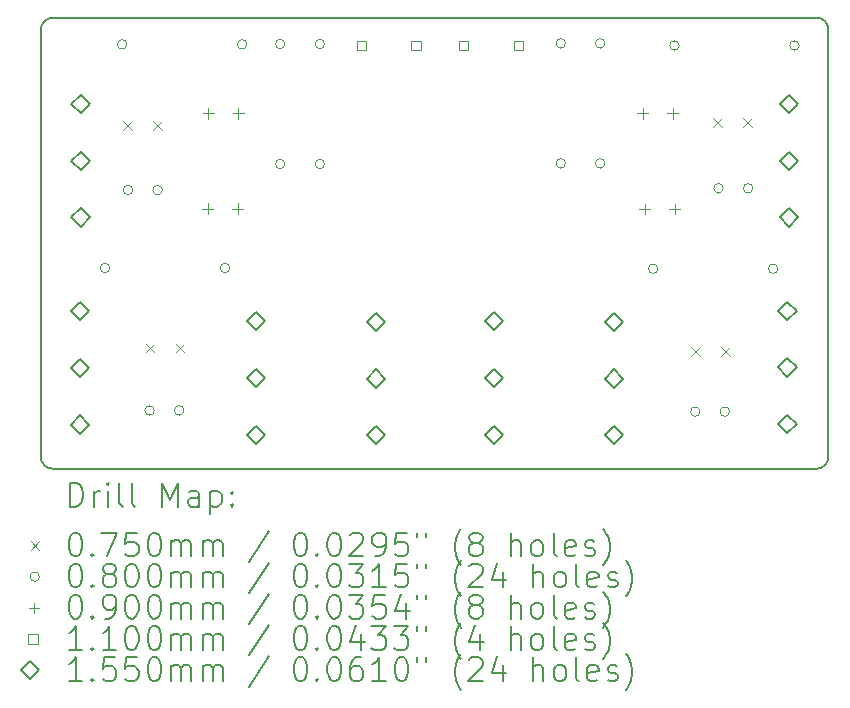
<source format=gbr>
%FSLAX45Y45*%
G04 Gerber Fmt 4.5, Leading zero omitted, Abs format (unit mm)*
G04 Created by KiCad (PCBNEW (6.0.2-0)) date 2025-10-04 10:08:45*
%MOMM*%
%LPD*%
G01*
G04 APERTURE LIST*
%TA.AperFunction,Profile*%
%ADD10C,0.200000*%
%TD*%
%ADD11C,0.200000*%
%ADD12C,0.075000*%
%ADD13C,0.080000*%
%ADD14C,0.090000*%
%ADD15C,0.110000*%
%ADD16C,0.155000*%
G04 APERTURE END LIST*
D10*
X15291532Y-5013007D02*
G75*
G03*
X15191893Y-5124972I10926J-110041D01*
G01*
X21861893Y-8738440D02*
X21861532Y-5113007D01*
X21761893Y-8833440D02*
G75*
G03*
X21861893Y-8738440I-3250J103552D01*
G01*
X15191893Y-8733440D02*
G75*
G03*
X15296893Y-8833440I103203J3238D01*
G01*
X15296893Y-8833440D02*
X21761893Y-8833440D01*
X21756532Y-5013007D02*
X15291532Y-5013007D01*
X15191893Y-8733440D02*
X15191893Y-5124972D01*
X21861532Y-5113007D02*
G75*
G03*
X21756532Y-5013007I-103203J-3238D01*
G01*
D11*
D12*
X15887500Y-5887500D02*
X15962500Y-5962500D01*
X15962500Y-5887500D02*
X15887500Y-5962500D01*
X16080500Y-7773500D02*
X16155500Y-7848500D01*
X16155500Y-7773500D02*
X16080500Y-7848500D01*
X16141500Y-5887500D02*
X16216500Y-5962500D01*
X16216500Y-5887500D02*
X16141500Y-5962500D01*
X16334500Y-7773500D02*
X16409500Y-7848500D01*
X16409500Y-7773500D02*
X16334500Y-7848500D01*
X20695500Y-7803500D02*
X20770500Y-7878500D01*
X20770500Y-7803500D02*
X20695500Y-7878500D01*
X20887500Y-5862500D02*
X20962500Y-5937500D01*
X20962500Y-5862500D02*
X20887500Y-5937500D01*
X20949500Y-7803500D02*
X21024500Y-7878500D01*
X21024500Y-7803500D02*
X20949500Y-7878500D01*
X21141500Y-5862500D02*
X21216500Y-5937500D01*
X21216500Y-5862500D02*
X21141500Y-5937500D01*
D13*
X15777000Y-7135000D02*
G75*
G03*
X15777000Y-7135000I-40000J0D01*
G01*
X15922000Y-5240000D02*
G75*
G03*
X15922000Y-5240000I-40000J0D01*
G01*
X15971489Y-6474000D02*
G75*
G03*
X15971489Y-6474000I-40000J0D01*
G01*
X16154489Y-8340000D02*
G75*
G03*
X16154489Y-8340000I-40000J0D01*
G01*
X16221489Y-6474000D02*
G75*
G03*
X16221489Y-6474000I-40000J0D01*
G01*
X16404489Y-8340000D02*
G75*
G03*
X16404489Y-8340000I-40000J0D01*
G01*
X16793000Y-7135000D02*
G75*
G03*
X16793000Y-7135000I-40000J0D01*
G01*
X16938000Y-5240000D02*
G75*
G03*
X16938000Y-5240000I-40000J0D01*
G01*
X17260000Y-5237000D02*
G75*
G03*
X17260000Y-5237000I-40000J0D01*
G01*
X17260000Y-6253000D02*
G75*
G03*
X17260000Y-6253000I-40000J0D01*
G01*
X17595000Y-5237000D02*
G75*
G03*
X17595000Y-5237000I-40000J0D01*
G01*
X17595000Y-6253000D02*
G75*
G03*
X17595000Y-6253000I-40000J0D01*
G01*
X19635000Y-5232000D02*
G75*
G03*
X19635000Y-5232000I-40000J0D01*
G01*
X19635000Y-6248000D02*
G75*
G03*
X19635000Y-6248000I-40000J0D01*
G01*
X19970000Y-5232000D02*
G75*
G03*
X19970000Y-5232000I-40000J0D01*
G01*
X19970000Y-6248000D02*
G75*
G03*
X19970000Y-6248000I-40000J0D01*
G01*
X20417000Y-7140000D02*
G75*
G03*
X20417000Y-7140000I-40000J0D01*
G01*
X20597000Y-5250000D02*
G75*
G03*
X20597000Y-5250000I-40000J0D01*
G01*
X20774489Y-8350000D02*
G75*
G03*
X20774489Y-8350000I-40000J0D01*
G01*
X20971489Y-6459000D02*
G75*
G03*
X20971489Y-6459000I-40000J0D01*
G01*
X21024489Y-8350000D02*
G75*
G03*
X21024489Y-8350000I-40000J0D01*
G01*
X21221489Y-6459000D02*
G75*
G03*
X21221489Y-6459000I-40000J0D01*
G01*
X21433000Y-7140000D02*
G75*
G03*
X21433000Y-7140000I-40000J0D01*
G01*
X21613000Y-5250000D02*
G75*
G03*
X21613000Y-5250000I-40000J0D01*
G01*
D14*
X16605000Y-6585000D02*
X16605000Y-6675000D01*
X16560000Y-6630000D02*
X16650000Y-6630000D01*
X16612500Y-5780000D02*
X16612500Y-5870000D01*
X16567500Y-5825000D02*
X16657500Y-5825000D01*
X16859000Y-6585000D02*
X16859000Y-6675000D01*
X16814000Y-6630000D02*
X16904000Y-6630000D01*
X16866500Y-5780000D02*
X16866500Y-5870000D01*
X16821500Y-5825000D02*
X16911500Y-5825000D01*
X20290000Y-5780000D02*
X20290000Y-5870000D01*
X20245000Y-5825000D02*
X20335000Y-5825000D01*
X20305000Y-6590000D02*
X20305000Y-6680000D01*
X20260000Y-6635000D02*
X20350000Y-6635000D01*
X20544000Y-5780000D02*
X20544000Y-5870000D01*
X20499000Y-5825000D02*
X20589000Y-5825000D01*
X20559000Y-6590000D02*
X20559000Y-6680000D01*
X20514000Y-6635000D02*
X20604000Y-6635000D01*
D15*
X17948891Y-5288891D02*
X17948891Y-5211109D01*
X17871109Y-5211109D01*
X17871109Y-5288891D01*
X17948891Y-5288891D01*
X18408891Y-5288891D02*
X18408891Y-5211109D01*
X18331109Y-5211109D01*
X18331109Y-5288891D01*
X18408891Y-5288891D01*
X18813891Y-5288891D02*
X18813891Y-5211109D01*
X18736109Y-5211109D01*
X18736109Y-5288891D01*
X18813891Y-5288891D01*
X19273891Y-5288891D02*
X19273891Y-5211109D01*
X19196109Y-5211109D01*
X19196109Y-5288891D01*
X19273891Y-5288891D01*
D16*
X15525000Y-7577500D02*
X15602500Y-7500000D01*
X15525000Y-7422500D01*
X15447500Y-7500000D01*
X15525000Y-7577500D01*
X15525000Y-8057500D02*
X15602500Y-7980000D01*
X15525000Y-7902500D01*
X15447500Y-7980000D01*
X15525000Y-8057500D01*
X15525000Y-8537500D02*
X15602500Y-8460000D01*
X15525000Y-8382500D01*
X15447500Y-8460000D01*
X15525000Y-8537500D01*
X15530000Y-5822500D02*
X15607500Y-5745000D01*
X15530000Y-5667500D01*
X15452500Y-5745000D01*
X15530000Y-5822500D01*
X15530000Y-6302500D02*
X15607500Y-6225000D01*
X15530000Y-6147500D01*
X15452500Y-6225000D01*
X15530000Y-6302500D01*
X15530000Y-6782500D02*
X15607500Y-6705000D01*
X15530000Y-6627500D01*
X15452500Y-6705000D01*
X15530000Y-6782500D01*
X17015000Y-7662500D02*
X17092500Y-7585000D01*
X17015000Y-7507500D01*
X16937500Y-7585000D01*
X17015000Y-7662500D01*
X17015000Y-8142500D02*
X17092500Y-8065000D01*
X17015000Y-7987500D01*
X16937500Y-8065000D01*
X17015000Y-8142500D01*
X17015000Y-8622500D02*
X17092500Y-8545000D01*
X17015000Y-8467500D01*
X16937500Y-8545000D01*
X17015000Y-8622500D01*
X18030000Y-7667500D02*
X18107500Y-7590000D01*
X18030000Y-7512500D01*
X17952500Y-7590000D01*
X18030000Y-7667500D01*
X18030000Y-8147500D02*
X18107500Y-8070000D01*
X18030000Y-7992500D01*
X17952500Y-8070000D01*
X18030000Y-8147500D01*
X18030000Y-8627500D02*
X18107500Y-8550000D01*
X18030000Y-8472500D01*
X17952500Y-8550000D01*
X18030000Y-8627500D01*
X19030000Y-7662500D02*
X19107500Y-7585000D01*
X19030000Y-7507500D01*
X18952500Y-7585000D01*
X19030000Y-7662500D01*
X19030000Y-8142500D02*
X19107500Y-8065000D01*
X19030000Y-7987500D01*
X18952500Y-8065000D01*
X19030000Y-8142500D01*
X19030000Y-8622500D02*
X19107500Y-8545000D01*
X19030000Y-8467500D01*
X18952500Y-8545000D01*
X19030000Y-8622500D01*
X20045000Y-7667500D02*
X20122500Y-7590000D01*
X20045000Y-7512500D01*
X19967500Y-7590000D01*
X20045000Y-7667500D01*
X20045000Y-8147500D02*
X20122500Y-8070000D01*
X20045000Y-7992500D01*
X19967500Y-8070000D01*
X20045000Y-8147500D01*
X20045000Y-8627500D02*
X20122500Y-8550000D01*
X20045000Y-8472500D01*
X19967500Y-8550000D01*
X20045000Y-8627500D01*
X21515000Y-7572500D02*
X21592500Y-7495000D01*
X21515000Y-7417500D01*
X21437500Y-7495000D01*
X21515000Y-7572500D01*
X21515000Y-8052500D02*
X21592500Y-7975000D01*
X21515000Y-7897500D01*
X21437500Y-7975000D01*
X21515000Y-8052500D01*
X21515000Y-8532500D02*
X21592500Y-8455000D01*
X21515000Y-8377500D01*
X21437500Y-8455000D01*
X21515000Y-8532500D01*
X21530000Y-5822500D02*
X21607500Y-5745000D01*
X21530000Y-5667500D01*
X21452500Y-5745000D01*
X21530000Y-5822500D01*
X21530000Y-6302500D02*
X21607500Y-6225000D01*
X21530000Y-6147500D01*
X21452500Y-6225000D01*
X21530000Y-6302500D01*
X21530000Y-6782500D02*
X21607500Y-6705000D01*
X21530000Y-6627500D01*
X21452500Y-6705000D01*
X21530000Y-6782500D01*
D11*
X15439495Y-9153932D02*
X15439495Y-8953932D01*
X15487114Y-8953932D01*
X15515686Y-8963456D01*
X15534733Y-8982503D01*
X15544257Y-9001551D01*
X15553781Y-9039646D01*
X15553781Y-9068218D01*
X15544257Y-9106313D01*
X15534733Y-9125360D01*
X15515686Y-9144408D01*
X15487114Y-9153932D01*
X15439495Y-9153932D01*
X15639495Y-9153932D02*
X15639495Y-9020598D01*
X15639495Y-9058694D02*
X15649019Y-9039646D01*
X15658543Y-9030122D01*
X15677590Y-9020598D01*
X15696638Y-9020598D01*
X15763305Y-9153932D02*
X15763305Y-9020598D01*
X15763305Y-8953932D02*
X15753781Y-8963456D01*
X15763305Y-8972979D01*
X15772829Y-8963456D01*
X15763305Y-8953932D01*
X15763305Y-8972979D01*
X15887114Y-9153932D02*
X15868067Y-9144408D01*
X15858543Y-9125360D01*
X15858543Y-8953932D01*
X15991876Y-9153932D02*
X15972829Y-9144408D01*
X15963305Y-9125360D01*
X15963305Y-8953932D01*
X16220448Y-9153932D02*
X16220448Y-8953932D01*
X16287114Y-9096789D01*
X16353781Y-8953932D01*
X16353781Y-9153932D01*
X16534733Y-9153932D02*
X16534733Y-9049170D01*
X16525210Y-9030122D01*
X16506162Y-9020598D01*
X16468067Y-9020598D01*
X16449019Y-9030122D01*
X16534733Y-9144408D02*
X16515686Y-9153932D01*
X16468067Y-9153932D01*
X16449019Y-9144408D01*
X16439495Y-9125360D01*
X16439495Y-9106313D01*
X16449019Y-9087265D01*
X16468067Y-9077741D01*
X16515686Y-9077741D01*
X16534733Y-9068218D01*
X16629971Y-9020598D02*
X16629971Y-9220598D01*
X16629971Y-9030122D02*
X16649019Y-9020598D01*
X16687114Y-9020598D01*
X16706162Y-9030122D01*
X16715686Y-9039646D01*
X16725210Y-9058694D01*
X16725210Y-9115837D01*
X16715686Y-9134884D01*
X16706162Y-9144408D01*
X16687114Y-9153932D01*
X16649019Y-9153932D01*
X16629971Y-9144408D01*
X16810924Y-9134884D02*
X16820448Y-9144408D01*
X16810924Y-9153932D01*
X16801400Y-9144408D01*
X16810924Y-9134884D01*
X16810924Y-9153932D01*
X16810924Y-9030122D02*
X16820448Y-9039646D01*
X16810924Y-9049170D01*
X16801400Y-9039646D01*
X16810924Y-9030122D01*
X16810924Y-9049170D01*
D12*
X15106876Y-9445956D02*
X15181876Y-9520956D01*
X15181876Y-9445956D02*
X15106876Y-9520956D01*
D11*
X15477590Y-9373932D02*
X15496638Y-9373932D01*
X15515686Y-9383456D01*
X15525210Y-9392979D01*
X15534733Y-9412027D01*
X15544257Y-9450122D01*
X15544257Y-9497741D01*
X15534733Y-9535837D01*
X15525210Y-9554884D01*
X15515686Y-9564408D01*
X15496638Y-9573932D01*
X15477590Y-9573932D01*
X15458543Y-9564408D01*
X15449019Y-9554884D01*
X15439495Y-9535837D01*
X15429971Y-9497741D01*
X15429971Y-9450122D01*
X15439495Y-9412027D01*
X15449019Y-9392979D01*
X15458543Y-9383456D01*
X15477590Y-9373932D01*
X15629971Y-9554884D02*
X15639495Y-9564408D01*
X15629971Y-9573932D01*
X15620448Y-9564408D01*
X15629971Y-9554884D01*
X15629971Y-9573932D01*
X15706162Y-9373932D02*
X15839495Y-9373932D01*
X15753781Y-9573932D01*
X16010924Y-9373932D02*
X15915686Y-9373932D01*
X15906162Y-9469170D01*
X15915686Y-9459646D01*
X15934733Y-9450122D01*
X15982352Y-9450122D01*
X16001400Y-9459646D01*
X16010924Y-9469170D01*
X16020448Y-9488218D01*
X16020448Y-9535837D01*
X16010924Y-9554884D01*
X16001400Y-9564408D01*
X15982352Y-9573932D01*
X15934733Y-9573932D01*
X15915686Y-9564408D01*
X15906162Y-9554884D01*
X16144257Y-9373932D02*
X16163305Y-9373932D01*
X16182352Y-9383456D01*
X16191876Y-9392979D01*
X16201400Y-9412027D01*
X16210924Y-9450122D01*
X16210924Y-9497741D01*
X16201400Y-9535837D01*
X16191876Y-9554884D01*
X16182352Y-9564408D01*
X16163305Y-9573932D01*
X16144257Y-9573932D01*
X16125210Y-9564408D01*
X16115686Y-9554884D01*
X16106162Y-9535837D01*
X16096638Y-9497741D01*
X16096638Y-9450122D01*
X16106162Y-9412027D01*
X16115686Y-9392979D01*
X16125210Y-9383456D01*
X16144257Y-9373932D01*
X16296638Y-9573932D02*
X16296638Y-9440598D01*
X16296638Y-9459646D02*
X16306162Y-9450122D01*
X16325210Y-9440598D01*
X16353781Y-9440598D01*
X16372829Y-9450122D01*
X16382352Y-9469170D01*
X16382352Y-9573932D01*
X16382352Y-9469170D02*
X16391876Y-9450122D01*
X16410924Y-9440598D01*
X16439495Y-9440598D01*
X16458543Y-9450122D01*
X16468067Y-9469170D01*
X16468067Y-9573932D01*
X16563305Y-9573932D02*
X16563305Y-9440598D01*
X16563305Y-9459646D02*
X16572829Y-9450122D01*
X16591876Y-9440598D01*
X16620448Y-9440598D01*
X16639495Y-9450122D01*
X16649019Y-9469170D01*
X16649019Y-9573932D01*
X16649019Y-9469170D02*
X16658543Y-9450122D01*
X16677590Y-9440598D01*
X16706162Y-9440598D01*
X16725210Y-9450122D01*
X16734733Y-9469170D01*
X16734733Y-9573932D01*
X17125210Y-9364408D02*
X16953781Y-9621551D01*
X17382352Y-9373932D02*
X17401400Y-9373932D01*
X17420448Y-9383456D01*
X17429972Y-9392979D01*
X17439495Y-9412027D01*
X17449019Y-9450122D01*
X17449019Y-9497741D01*
X17439495Y-9535837D01*
X17429972Y-9554884D01*
X17420448Y-9564408D01*
X17401400Y-9573932D01*
X17382352Y-9573932D01*
X17363305Y-9564408D01*
X17353781Y-9554884D01*
X17344257Y-9535837D01*
X17334733Y-9497741D01*
X17334733Y-9450122D01*
X17344257Y-9412027D01*
X17353781Y-9392979D01*
X17363305Y-9383456D01*
X17382352Y-9373932D01*
X17534733Y-9554884D02*
X17544257Y-9564408D01*
X17534733Y-9573932D01*
X17525210Y-9564408D01*
X17534733Y-9554884D01*
X17534733Y-9573932D01*
X17668067Y-9373932D02*
X17687114Y-9373932D01*
X17706162Y-9383456D01*
X17715686Y-9392979D01*
X17725210Y-9412027D01*
X17734733Y-9450122D01*
X17734733Y-9497741D01*
X17725210Y-9535837D01*
X17715686Y-9554884D01*
X17706162Y-9564408D01*
X17687114Y-9573932D01*
X17668067Y-9573932D01*
X17649019Y-9564408D01*
X17639495Y-9554884D01*
X17629972Y-9535837D01*
X17620448Y-9497741D01*
X17620448Y-9450122D01*
X17629972Y-9412027D01*
X17639495Y-9392979D01*
X17649019Y-9383456D01*
X17668067Y-9373932D01*
X17810924Y-9392979D02*
X17820448Y-9383456D01*
X17839495Y-9373932D01*
X17887114Y-9373932D01*
X17906162Y-9383456D01*
X17915686Y-9392979D01*
X17925210Y-9412027D01*
X17925210Y-9431075D01*
X17915686Y-9459646D01*
X17801400Y-9573932D01*
X17925210Y-9573932D01*
X18020448Y-9573932D02*
X18058543Y-9573932D01*
X18077591Y-9564408D01*
X18087114Y-9554884D01*
X18106162Y-9526313D01*
X18115686Y-9488218D01*
X18115686Y-9412027D01*
X18106162Y-9392979D01*
X18096638Y-9383456D01*
X18077591Y-9373932D01*
X18039495Y-9373932D01*
X18020448Y-9383456D01*
X18010924Y-9392979D01*
X18001400Y-9412027D01*
X18001400Y-9459646D01*
X18010924Y-9478694D01*
X18020448Y-9488218D01*
X18039495Y-9497741D01*
X18077591Y-9497741D01*
X18096638Y-9488218D01*
X18106162Y-9478694D01*
X18115686Y-9459646D01*
X18296638Y-9373932D02*
X18201400Y-9373932D01*
X18191876Y-9469170D01*
X18201400Y-9459646D01*
X18220448Y-9450122D01*
X18268067Y-9450122D01*
X18287114Y-9459646D01*
X18296638Y-9469170D01*
X18306162Y-9488218D01*
X18306162Y-9535837D01*
X18296638Y-9554884D01*
X18287114Y-9564408D01*
X18268067Y-9573932D01*
X18220448Y-9573932D01*
X18201400Y-9564408D01*
X18191876Y-9554884D01*
X18382352Y-9373932D02*
X18382352Y-9412027D01*
X18458543Y-9373932D02*
X18458543Y-9412027D01*
X18753781Y-9650122D02*
X18744257Y-9640598D01*
X18725210Y-9612027D01*
X18715686Y-9592979D01*
X18706162Y-9564408D01*
X18696638Y-9516789D01*
X18696638Y-9478694D01*
X18706162Y-9431075D01*
X18715686Y-9402503D01*
X18725210Y-9383456D01*
X18744257Y-9354884D01*
X18753781Y-9345360D01*
X18858543Y-9459646D02*
X18839495Y-9450122D01*
X18829972Y-9440598D01*
X18820448Y-9421551D01*
X18820448Y-9412027D01*
X18829972Y-9392979D01*
X18839495Y-9383456D01*
X18858543Y-9373932D01*
X18896638Y-9373932D01*
X18915686Y-9383456D01*
X18925210Y-9392979D01*
X18934733Y-9412027D01*
X18934733Y-9421551D01*
X18925210Y-9440598D01*
X18915686Y-9450122D01*
X18896638Y-9459646D01*
X18858543Y-9459646D01*
X18839495Y-9469170D01*
X18829972Y-9478694D01*
X18820448Y-9497741D01*
X18820448Y-9535837D01*
X18829972Y-9554884D01*
X18839495Y-9564408D01*
X18858543Y-9573932D01*
X18896638Y-9573932D01*
X18915686Y-9564408D01*
X18925210Y-9554884D01*
X18934733Y-9535837D01*
X18934733Y-9497741D01*
X18925210Y-9478694D01*
X18915686Y-9469170D01*
X18896638Y-9459646D01*
X19172829Y-9573932D02*
X19172829Y-9373932D01*
X19258543Y-9573932D02*
X19258543Y-9469170D01*
X19249019Y-9450122D01*
X19229972Y-9440598D01*
X19201400Y-9440598D01*
X19182352Y-9450122D01*
X19172829Y-9459646D01*
X19382352Y-9573932D02*
X19363305Y-9564408D01*
X19353781Y-9554884D01*
X19344257Y-9535837D01*
X19344257Y-9478694D01*
X19353781Y-9459646D01*
X19363305Y-9450122D01*
X19382352Y-9440598D01*
X19410924Y-9440598D01*
X19429972Y-9450122D01*
X19439495Y-9459646D01*
X19449019Y-9478694D01*
X19449019Y-9535837D01*
X19439495Y-9554884D01*
X19429972Y-9564408D01*
X19410924Y-9573932D01*
X19382352Y-9573932D01*
X19563305Y-9573932D02*
X19544257Y-9564408D01*
X19534733Y-9545360D01*
X19534733Y-9373932D01*
X19715686Y-9564408D02*
X19696638Y-9573932D01*
X19658543Y-9573932D01*
X19639495Y-9564408D01*
X19629972Y-9545360D01*
X19629972Y-9469170D01*
X19639495Y-9450122D01*
X19658543Y-9440598D01*
X19696638Y-9440598D01*
X19715686Y-9450122D01*
X19725210Y-9469170D01*
X19725210Y-9488218D01*
X19629972Y-9507265D01*
X19801400Y-9564408D02*
X19820448Y-9573932D01*
X19858543Y-9573932D01*
X19877591Y-9564408D01*
X19887114Y-9545360D01*
X19887114Y-9535837D01*
X19877591Y-9516789D01*
X19858543Y-9507265D01*
X19829972Y-9507265D01*
X19810924Y-9497741D01*
X19801400Y-9478694D01*
X19801400Y-9469170D01*
X19810924Y-9450122D01*
X19829972Y-9440598D01*
X19858543Y-9440598D01*
X19877591Y-9450122D01*
X19953781Y-9650122D02*
X19963305Y-9640598D01*
X19982352Y-9612027D01*
X19991876Y-9592979D01*
X20001400Y-9564408D01*
X20010924Y-9516789D01*
X20010924Y-9478694D01*
X20001400Y-9431075D01*
X19991876Y-9402503D01*
X19982352Y-9383456D01*
X19963305Y-9354884D01*
X19953781Y-9345360D01*
D13*
X15181876Y-9747456D02*
G75*
G03*
X15181876Y-9747456I-40000J0D01*
G01*
D11*
X15477590Y-9637932D02*
X15496638Y-9637932D01*
X15515686Y-9647456D01*
X15525210Y-9656979D01*
X15534733Y-9676027D01*
X15544257Y-9714122D01*
X15544257Y-9761741D01*
X15534733Y-9799837D01*
X15525210Y-9818884D01*
X15515686Y-9828408D01*
X15496638Y-9837932D01*
X15477590Y-9837932D01*
X15458543Y-9828408D01*
X15449019Y-9818884D01*
X15439495Y-9799837D01*
X15429971Y-9761741D01*
X15429971Y-9714122D01*
X15439495Y-9676027D01*
X15449019Y-9656979D01*
X15458543Y-9647456D01*
X15477590Y-9637932D01*
X15629971Y-9818884D02*
X15639495Y-9828408D01*
X15629971Y-9837932D01*
X15620448Y-9828408D01*
X15629971Y-9818884D01*
X15629971Y-9837932D01*
X15753781Y-9723646D02*
X15734733Y-9714122D01*
X15725210Y-9704598D01*
X15715686Y-9685551D01*
X15715686Y-9676027D01*
X15725210Y-9656979D01*
X15734733Y-9647456D01*
X15753781Y-9637932D01*
X15791876Y-9637932D01*
X15810924Y-9647456D01*
X15820448Y-9656979D01*
X15829971Y-9676027D01*
X15829971Y-9685551D01*
X15820448Y-9704598D01*
X15810924Y-9714122D01*
X15791876Y-9723646D01*
X15753781Y-9723646D01*
X15734733Y-9733170D01*
X15725210Y-9742694D01*
X15715686Y-9761741D01*
X15715686Y-9799837D01*
X15725210Y-9818884D01*
X15734733Y-9828408D01*
X15753781Y-9837932D01*
X15791876Y-9837932D01*
X15810924Y-9828408D01*
X15820448Y-9818884D01*
X15829971Y-9799837D01*
X15829971Y-9761741D01*
X15820448Y-9742694D01*
X15810924Y-9733170D01*
X15791876Y-9723646D01*
X15953781Y-9637932D02*
X15972829Y-9637932D01*
X15991876Y-9647456D01*
X16001400Y-9656979D01*
X16010924Y-9676027D01*
X16020448Y-9714122D01*
X16020448Y-9761741D01*
X16010924Y-9799837D01*
X16001400Y-9818884D01*
X15991876Y-9828408D01*
X15972829Y-9837932D01*
X15953781Y-9837932D01*
X15934733Y-9828408D01*
X15925210Y-9818884D01*
X15915686Y-9799837D01*
X15906162Y-9761741D01*
X15906162Y-9714122D01*
X15915686Y-9676027D01*
X15925210Y-9656979D01*
X15934733Y-9647456D01*
X15953781Y-9637932D01*
X16144257Y-9637932D02*
X16163305Y-9637932D01*
X16182352Y-9647456D01*
X16191876Y-9656979D01*
X16201400Y-9676027D01*
X16210924Y-9714122D01*
X16210924Y-9761741D01*
X16201400Y-9799837D01*
X16191876Y-9818884D01*
X16182352Y-9828408D01*
X16163305Y-9837932D01*
X16144257Y-9837932D01*
X16125210Y-9828408D01*
X16115686Y-9818884D01*
X16106162Y-9799837D01*
X16096638Y-9761741D01*
X16096638Y-9714122D01*
X16106162Y-9676027D01*
X16115686Y-9656979D01*
X16125210Y-9647456D01*
X16144257Y-9637932D01*
X16296638Y-9837932D02*
X16296638Y-9704598D01*
X16296638Y-9723646D02*
X16306162Y-9714122D01*
X16325210Y-9704598D01*
X16353781Y-9704598D01*
X16372829Y-9714122D01*
X16382352Y-9733170D01*
X16382352Y-9837932D01*
X16382352Y-9733170D02*
X16391876Y-9714122D01*
X16410924Y-9704598D01*
X16439495Y-9704598D01*
X16458543Y-9714122D01*
X16468067Y-9733170D01*
X16468067Y-9837932D01*
X16563305Y-9837932D02*
X16563305Y-9704598D01*
X16563305Y-9723646D02*
X16572829Y-9714122D01*
X16591876Y-9704598D01*
X16620448Y-9704598D01*
X16639495Y-9714122D01*
X16649019Y-9733170D01*
X16649019Y-9837932D01*
X16649019Y-9733170D02*
X16658543Y-9714122D01*
X16677590Y-9704598D01*
X16706162Y-9704598D01*
X16725210Y-9714122D01*
X16734733Y-9733170D01*
X16734733Y-9837932D01*
X17125210Y-9628408D02*
X16953781Y-9885551D01*
X17382352Y-9637932D02*
X17401400Y-9637932D01*
X17420448Y-9647456D01*
X17429972Y-9656979D01*
X17439495Y-9676027D01*
X17449019Y-9714122D01*
X17449019Y-9761741D01*
X17439495Y-9799837D01*
X17429972Y-9818884D01*
X17420448Y-9828408D01*
X17401400Y-9837932D01*
X17382352Y-9837932D01*
X17363305Y-9828408D01*
X17353781Y-9818884D01*
X17344257Y-9799837D01*
X17334733Y-9761741D01*
X17334733Y-9714122D01*
X17344257Y-9676027D01*
X17353781Y-9656979D01*
X17363305Y-9647456D01*
X17382352Y-9637932D01*
X17534733Y-9818884D02*
X17544257Y-9828408D01*
X17534733Y-9837932D01*
X17525210Y-9828408D01*
X17534733Y-9818884D01*
X17534733Y-9837932D01*
X17668067Y-9637932D02*
X17687114Y-9637932D01*
X17706162Y-9647456D01*
X17715686Y-9656979D01*
X17725210Y-9676027D01*
X17734733Y-9714122D01*
X17734733Y-9761741D01*
X17725210Y-9799837D01*
X17715686Y-9818884D01*
X17706162Y-9828408D01*
X17687114Y-9837932D01*
X17668067Y-9837932D01*
X17649019Y-9828408D01*
X17639495Y-9818884D01*
X17629972Y-9799837D01*
X17620448Y-9761741D01*
X17620448Y-9714122D01*
X17629972Y-9676027D01*
X17639495Y-9656979D01*
X17649019Y-9647456D01*
X17668067Y-9637932D01*
X17801400Y-9637932D02*
X17925210Y-9637932D01*
X17858543Y-9714122D01*
X17887114Y-9714122D01*
X17906162Y-9723646D01*
X17915686Y-9733170D01*
X17925210Y-9752218D01*
X17925210Y-9799837D01*
X17915686Y-9818884D01*
X17906162Y-9828408D01*
X17887114Y-9837932D01*
X17829972Y-9837932D01*
X17810924Y-9828408D01*
X17801400Y-9818884D01*
X18115686Y-9837932D02*
X18001400Y-9837932D01*
X18058543Y-9837932D02*
X18058543Y-9637932D01*
X18039495Y-9666503D01*
X18020448Y-9685551D01*
X18001400Y-9695075D01*
X18296638Y-9637932D02*
X18201400Y-9637932D01*
X18191876Y-9733170D01*
X18201400Y-9723646D01*
X18220448Y-9714122D01*
X18268067Y-9714122D01*
X18287114Y-9723646D01*
X18296638Y-9733170D01*
X18306162Y-9752218D01*
X18306162Y-9799837D01*
X18296638Y-9818884D01*
X18287114Y-9828408D01*
X18268067Y-9837932D01*
X18220448Y-9837932D01*
X18201400Y-9828408D01*
X18191876Y-9818884D01*
X18382352Y-9637932D02*
X18382352Y-9676027D01*
X18458543Y-9637932D02*
X18458543Y-9676027D01*
X18753781Y-9914122D02*
X18744257Y-9904598D01*
X18725210Y-9876027D01*
X18715686Y-9856979D01*
X18706162Y-9828408D01*
X18696638Y-9780789D01*
X18696638Y-9742694D01*
X18706162Y-9695075D01*
X18715686Y-9666503D01*
X18725210Y-9647456D01*
X18744257Y-9618884D01*
X18753781Y-9609360D01*
X18820448Y-9656979D02*
X18829972Y-9647456D01*
X18849019Y-9637932D01*
X18896638Y-9637932D01*
X18915686Y-9647456D01*
X18925210Y-9656979D01*
X18934733Y-9676027D01*
X18934733Y-9695075D01*
X18925210Y-9723646D01*
X18810924Y-9837932D01*
X18934733Y-9837932D01*
X19106162Y-9704598D02*
X19106162Y-9837932D01*
X19058543Y-9628408D02*
X19010924Y-9771265D01*
X19134733Y-9771265D01*
X19363305Y-9837932D02*
X19363305Y-9637932D01*
X19449019Y-9837932D02*
X19449019Y-9733170D01*
X19439495Y-9714122D01*
X19420448Y-9704598D01*
X19391876Y-9704598D01*
X19372829Y-9714122D01*
X19363305Y-9723646D01*
X19572829Y-9837932D02*
X19553781Y-9828408D01*
X19544257Y-9818884D01*
X19534733Y-9799837D01*
X19534733Y-9742694D01*
X19544257Y-9723646D01*
X19553781Y-9714122D01*
X19572829Y-9704598D01*
X19601400Y-9704598D01*
X19620448Y-9714122D01*
X19629972Y-9723646D01*
X19639495Y-9742694D01*
X19639495Y-9799837D01*
X19629972Y-9818884D01*
X19620448Y-9828408D01*
X19601400Y-9837932D01*
X19572829Y-9837932D01*
X19753781Y-9837932D02*
X19734733Y-9828408D01*
X19725210Y-9809360D01*
X19725210Y-9637932D01*
X19906162Y-9828408D02*
X19887114Y-9837932D01*
X19849019Y-9837932D01*
X19829972Y-9828408D01*
X19820448Y-9809360D01*
X19820448Y-9733170D01*
X19829972Y-9714122D01*
X19849019Y-9704598D01*
X19887114Y-9704598D01*
X19906162Y-9714122D01*
X19915686Y-9733170D01*
X19915686Y-9752218D01*
X19820448Y-9771265D01*
X19991876Y-9828408D02*
X20010924Y-9837932D01*
X20049019Y-9837932D01*
X20068067Y-9828408D01*
X20077591Y-9809360D01*
X20077591Y-9799837D01*
X20068067Y-9780789D01*
X20049019Y-9771265D01*
X20020448Y-9771265D01*
X20001400Y-9761741D01*
X19991876Y-9742694D01*
X19991876Y-9733170D01*
X20001400Y-9714122D01*
X20020448Y-9704598D01*
X20049019Y-9704598D01*
X20068067Y-9714122D01*
X20144257Y-9914122D02*
X20153781Y-9904598D01*
X20172829Y-9876027D01*
X20182352Y-9856979D01*
X20191876Y-9828408D01*
X20201400Y-9780789D01*
X20201400Y-9742694D01*
X20191876Y-9695075D01*
X20182352Y-9666503D01*
X20172829Y-9647456D01*
X20153781Y-9618884D01*
X20144257Y-9609360D01*
D14*
X15136876Y-9966456D02*
X15136876Y-10056456D01*
X15091876Y-10011456D02*
X15181876Y-10011456D01*
D11*
X15477590Y-9901932D02*
X15496638Y-9901932D01*
X15515686Y-9911456D01*
X15525210Y-9920979D01*
X15534733Y-9940027D01*
X15544257Y-9978122D01*
X15544257Y-10025741D01*
X15534733Y-10063837D01*
X15525210Y-10082884D01*
X15515686Y-10092408D01*
X15496638Y-10101932D01*
X15477590Y-10101932D01*
X15458543Y-10092408D01*
X15449019Y-10082884D01*
X15439495Y-10063837D01*
X15429971Y-10025741D01*
X15429971Y-9978122D01*
X15439495Y-9940027D01*
X15449019Y-9920979D01*
X15458543Y-9911456D01*
X15477590Y-9901932D01*
X15629971Y-10082884D02*
X15639495Y-10092408D01*
X15629971Y-10101932D01*
X15620448Y-10092408D01*
X15629971Y-10082884D01*
X15629971Y-10101932D01*
X15734733Y-10101932D02*
X15772829Y-10101932D01*
X15791876Y-10092408D01*
X15801400Y-10082884D01*
X15820448Y-10054313D01*
X15829971Y-10016218D01*
X15829971Y-9940027D01*
X15820448Y-9920979D01*
X15810924Y-9911456D01*
X15791876Y-9901932D01*
X15753781Y-9901932D01*
X15734733Y-9911456D01*
X15725210Y-9920979D01*
X15715686Y-9940027D01*
X15715686Y-9987646D01*
X15725210Y-10006694D01*
X15734733Y-10016218D01*
X15753781Y-10025741D01*
X15791876Y-10025741D01*
X15810924Y-10016218D01*
X15820448Y-10006694D01*
X15829971Y-9987646D01*
X15953781Y-9901932D02*
X15972829Y-9901932D01*
X15991876Y-9911456D01*
X16001400Y-9920979D01*
X16010924Y-9940027D01*
X16020448Y-9978122D01*
X16020448Y-10025741D01*
X16010924Y-10063837D01*
X16001400Y-10082884D01*
X15991876Y-10092408D01*
X15972829Y-10101932D01*
X15953781Y-10101932D01*
X15934733Y-10092408D01*
X15925210Y-10082884D01*
X15915686Y-10063837D01*
X15906162Y-10025741D01*
X15906162Y-9978122D01*
X15915686Y-9940027D01*
X15925210Y-9920979D01*
X15934733Y-9911456D01*
X15953781Y-9901932D01*
X16144257Y-9901932D02*
X16163305Y-9901932D01*
X16182352Y-9911456D01*
X16191876Y-9920979D01*
X16201400Y-9940027D01*
X16210924Y-9978122D01*
X16210924Y-10025741D01*
X16201400Y-10063837D01*
X16191876Y-10082884D01*
X16182352Y-10092408D01*
X16163305Y-10101932D01*
X16144257Y-10101932D01*
X16125210Y-10092408D01*
X16115686Y-10082884D01*
X16106162Y-10063837D01*
X16096638Y-10025741D01*
X16096638Y-9978122D01*
X16106162Y-9940027D01*
X16115686Y-9920979D01*
X16125210Y-9911456D01*
X16144257Y-9901932D01*
X16296638Y-10101932D02*
X16296638Y-9968598D01*
X16296638Y-9987646D02*
X16306162Y-9978122D01*
X16325210Y-9968598D01*
X16353781Y-9968598D01*
X16372829Y-9978122D01*
X16382352Y-9997170D01*
X16382352Y-10101932D01*
X16382352Y-9997170D02*
X16391876Y-9978122D01*
X16410924Y-9968598D01*
X16439495Y-9968598D01*
X16458543Y-9978122D01*
X16468067Y-9997170D01*
X16468067Y-10101932D01*
X16563305Y-10101932D02*
X16563305Y-9968598D01*
X16563305Y-9987646D02*
X16572829Y-9978122D01*
X16591876Y-9968598D01*
X16620448Y-9968598D01*
X16639495Y-9978122D01*
X16649019Y-9997170D01*
X16649019Y-10101932D01*
X16649019Y-9997170D02*
X16658543Y-9978122D01*
X16677590Y-9968598D01*
X16706162Y-9968598D01*
X16725210Y-9978122D01*
X16734733Y-9997170D01*
X16734733Y-10101932D01*
X17125210Y-9892408D02*
X16953781Y-10149551D01*
X17382352Y-9901932D02*
X17401400Y-9901932D01*
X17420448Y-9911456D01*
X17429972Y-9920979D01*
X17439495Y-9940027D01*
X17449019Y-9978122D01*
X17449019Y-10025741D01*
X17439495Y-10063837D01*
X17429972Y-10082884D01*
X17420448Y-10092408D01*
X17401400Y-10101932D01*
X17382352Y-10101932D01*
X17363305Y-10092408D01*
X17353781Y-10082884D01*
X17344257Y-10063837D01*
X17334733Y-10025741D01*
X17334733Y-9978122D01*
X17344257Y-9940027D01*
X17353781Y-9920979D01*
X17363305Y-9911456D01*
X17382352Y-9901932D01*
X17534733Y-10082884D02*
X17544257Y-10092408D01*
X17534733Y-10101932D01*
X17525210Y-10092408D01*
X17534733Y-10082884D01*
X17534733Y-10101932D01*
X17668067Y-9901932D02*
X17687114Y-9901932D01*
X17706162Y-9911456D01*
X17715686Y-9920979D01*
X17725210Y-9940027D01*
X17734733Y-9978122D01*
X17734733Y-10025741D01*
X17725210Y-10063837D01*
X17715686Y-10082884D01*
X17706162Y-10092408D01*
X17687114Y-10101932D01*
X17668067Y-10101932D01*
X17649019Y-10092408D01*
X17639495Y-10082884D01*
X17629972Y-10063837D01*
X17620448Y-10025741D01*
X17620448Y-9978122D01*
X17629972Y-9940027D01*
X17639495Y-9920979D01*
X17649019Y-9911456D01*
X17668067Y-9901932D01*
X17801400Y-9901932D02*
X17925210Y-9901932D01*
X17858543Y-9978122D01*
X17887114Y-9978122D01*
X17906162Y-9987646D01*
X17915686Y-9997170D01*
X17925210Y-10016218D01*
X17925210Y-10063837D01*
X17915686Y-10082884D01*
X17906162Y-10092408D01*
X17887114Y-10101932D01*
X17829972Y-10101932D01*
X17810924Y-10092408D01*
X17801400Y-10082884D01*
X18106162Y-9901932D02*
X18010924Y-9901932D01*
X18001400Y-9997170D01*
X18010924Y-9987646D01*
X18029972Y-9978122D01*
X18077591Y-9978122D01*
X18096638Y-9987646D01*
X18106162Y-9997170D01*
X18115686Y-10016218D01*
X18115686Y-10063837D01*
X18106162Y-10082884D01*
X18096638Y-10092408D01*
X18077591Y-10101932D01*
X18029972Y-10101932D01*
X18010924Y-10092408D01*
X18001400Y-10082884D01*
X18287114Y-9968598D02*
X18287114Y-10101932D01*
X18239495Y-9892408D02*
X18191876Y-10035265D01*
X18315686Y-10035265D01*
X18382352Y-9901932D02*
X18382352Y-9940027D01*
X18458543Y-9901932D02*
X18458543Y-9940027D01*
X18753781Y-10178122D02*
X18744257Y-10168598D01*
X18725210Y-10140027D01*
X18715686Y-10120979D01*
X18706162Y-10092408D01*
X18696638Y-10044789D01*
X18696638Y-10006694D01*
X18706162Y-9959075D01*
X18715686Y-9930503D01*
X18725210Y-9911456D01*
X18744257Y-9882884D01*
X18753781Y-9873360D01*
X18858543Y-9987646D02*
X18839495Y-9978122D01*
X18829972Y-9968598D01*
X18820448Y-9949551D01*
X18820448Y-9940027D01*
X18829972Y-9920979D01*
X18839495Y-9911456D01*
X18858543Y-9901932D01*
X18896638Y-9901932D01*
X18915686Y-9911456D01*
X18925210Y-9920979D01*
X18934733Y-9940027D01*
X18934733Y-9949551D01*
X18925210Y-9968598D01*
X18915686Y-9978122D01*
X18896638Y-9987646D01*
X18858543Y-9987646D01*
X18839495Y-9997170D01*
X18829972Y-10006694D01*
X18820448Y-10025741D01*
X18820448Y-10063837D01*
X18829972Y-10082884D01*
X18839495Y-10092408D01*
X18858543Y-10101932D01*
X18896638Y-10101932D01*
X18915686Y-10092408D01*
X18925210Y-10082884D01*
X18934733Y-10063837D01*
X18934733Y-10025741D01*
X18925210Y-10006694D01*
X18915686Y-9997170D01*
X18896638Y-9987646D01*
X19172829Y-10101932D02*
X19172829Y-9901932D01*
X19258543Y-10101932D02*
X19258543Y-9997170D01*
X19249019Y-9978122D01*
X19229972Y-9968598D01*
X19201400Y-9968598D01*
X19182352Y-9978122D01*
X19172829Y-9987646D01*
X19382352Y-10101932D02*
X19363305Y-10092408D01*
X19353781Y-10082884D01*
X19344257Y-10063837D01*
X19344257Y-10006694D01*
X19353781Y-9987646D01*
X19363305Y-9978122D01*
X19382352Y-9968598D01*
X19410924Y-9968598D01*
X19429972Y-9978122D01*
X19439495Y-9987646D01*
X19449019Y-10006694D01*
X19449019Y-10063837D01*
X19439495Y-10082884D01*
X19429972Y-10092408D01*
X19410924Y-10101932D01*
X19382352Y-10101932D01*
X19563305Y-10101932D02*
X19544257Y-10092408D01*
X19534733Y-10073360D01*
X19534733Y-9901932D01*
X19715686Y-10092408D02*
X19696638Y-10101932D01*
X19658543Y-10101932D01*
X19639495Y-10092408D01*
X19629972Y-10073360D01*
X19629972Y-9997170D01*
X19639495Y-9978122D01*
X19658543Y-9968598D01*
X19696638Y-9968598D01*
X19715686Y-9978122D01*
X19725210Y-9997170D01*
X19725210Y-10016218D01*
X19629972Y-10035265D01*
X19801400Y-10092408D02*
X19820448Y-10101932D01*
X19858543Y-10101932D01*
X19877591Y-10092408D01*
X19887114Y-10073360D01*
X19887114Y-10063837D01*
X19877591Y-10044789D01*
X19858543Y-10035265D01*
X19829972Y-10035265D01*
X19810924Y-10025741D01*
X19801400Y-10006694D01*
X19801400Y-9997170D01*
X19810924Y-9978122D01*
X19829972Y-9968598D01*
X19858543Y-9968598D01*
X19877591Y-9978122D01*
X19953781Y-10178122D02*
X19963305Y-10168598D01*
X19982352Y-10140027D01*
X19991876Y-10120979D01*
X20001400Y-10092408D01*
X20010924Y-10044789D01*
X20010924Y-10006694D01*
X20001400Y-9959075D01*
X19991876Y-9930503D01*
X19982352Y-9911456D01*
X19963305Y-9882884D01*
X19953781Y-9873360D01*
D15*
X15165767Y-10314347D02*
X15165767Y-10236564D01*
X15087985Y-10236564D01*
X15087985Y-10314347D01*
X15165767Y-10314347D01*
D11*
X15544257Y-10365932D02*
X15429971Y-10365932D01*
X15487114Y-10365932D02*
X15487114Y-10165932D01*
X15468067Y-10194503D01*
X15449019Y-10213551D01*
X15429971Y-10223075D01*
X15629971Y-10346884D02*
X15639495Y-10356408D01*
X15629971Y-10365932D01*
X15620448Y-10356408D01*
X15629971Y-10346884D01*
X15629971Y-10365932D01*
X15829971Y-10365932D02*
X15715686Y-10365932D01*
X15772829Y-10365932D02*
X15772829Y-10165932D01*
X15753781Y-10194503D01*
X15734733Y-10213551D01*
X15715686Y-10223075D01*
X15953781Y-10165932D02*
X15972829Y-10165932D01*
X15991876Y-10175456D01*
X16001400Y-10184979D01*
X16010924Y-10204027D01*
X16020448Y-10242122D01*
X16020448Y-10289741D01*
X16010924Y-10327837D01*
X16001400Y-10346884D01*
X15991876Y-10356408D01*
X15972829Y-10365932D01*
X15953781Y-10365932D01*
X15934733Y-10356408D01*
X15925210Y-10346884D01*
X15915686Y-10327837D01*
X15906162Y-10289741D01*
X15906162Y-10242122D01*
X15915686Y-10204027D01*
X15925210Y-10184979D01*
X15934733Y-10175456D01*
X15953781Y-10165932D01*
X16144257Y-10165932D02*
X16163305Y-10165932D01*
X16182352Y-10175456D01*
X16191876Y-10184979D01*
X16201400Y-10204027D01*
X16210924Y-10242122D01*
X16210924Y-10289741D01*
X16201400Y-10327837D01*
X16191876Y-10346884D01*
X16182352Y-10356408D01*
X16163305Y-10365932D01*
X16144257Y-10365932D01*
X16125210Y-10356408D01*
X16115686Y-10346884D01*
X16106162Y-10327837D01*
X16096638Y-10289741D01*
X16096638Y-10242122D01*
X16106162Y-10204027D01*
X16115686Y-10184979D01*
X16125210Y-10175456D01*
X16144257Y-10165932D01*
X16296638Y-10365932D02*
X16296638Y-10232598D01*
X16296638Y-10251646D02*
X16306162Y-10242122D01*
X16325210Y-10232598D01*
X16353781Y-10232598D01*
X16372829Y-10242122D01*
X16382352Y-10261170D01*
X16382352Y-10365932D01*
X16382352Y-10261170D02*
X16391876Y-10242122D01*
X16410924Y-10232598D01*
X16439495Y-10232598D01*
X16458543Y-10242122D01*
X16468067Y-10261170D01*
X16468067Y-10365932D01*
X16563305Y-10365932D02*
X16563305Y-10232598D01*
X16563305Y-10251646D02*
X16572829Y-10242122D01*
X16591876Y-10232598D01*
X16620448Y-10232598D01*
X16639495Y-10242122D01*
X16649019Y-10261170D01*
X16649019Y-10365932D01*
X16649019Y-10261170D02*
X16658543Y-10242122D01*
X16677590Y-10232598D01*
X16706162Y-10232598D01*
X16725210Y-10242122D01*
X16734733Y-10261170D01*
X16734733Y-10365932D01*
X17125210Y-10156408D02*
X16953781Y-10413551D01*
X17382352Y-10165932D02*
X17401400Y-10165932D01*
X17420448Y-10175456D01*
X17429972Y-10184979D01*
X17439495Y-10204027D01*
X17449019Y-10242122D01*
X17449019Y-10289741D01*
X17439495Y-10327837D01*
X17429972Y-10346884D01*
X17420448Y-10356408D01*
X17401400Y-10365932D01*
X17382352Y-10365932D01*
X17363305Y-10356408D01*
X17353781Y-10346884D01*
X17344257Y-10327837D01*
X17334733Y-10289741D01*
X17334733Y-10242122D01*
X17344257Y-10204027D01*
X17353781Y-10184979D01*
X17363305Y-10175456D01*
X17382352Y-10165932D01*
X17534733Y-10346884D02*
X17544257Y-10356408D01*
X17534733Y-10365932D01*
X17525210Y-10356408D01*
X17534733Y-10346884D01*
X17534733Y-10365932D01*
X17668067Y-10165932D02*
X17687114Y-10165932D01*
X17706162Y-10175456D01*
X17715686Y-10184979D01*
X17725210Y-10204027D01*
X17734733Y-10242122D01*
X17734733Y-10289741D01*
X17725210Y-10327837D01*
X17715686Y-10346884D01*
X17706162Y-10356408D01*
X17687114Y-10365932D01*
X17668067Y-10365932D01*
X17649019Y-10356408D01*
X17639495Y-10346884D01*
X17629972Y-10327837D01*
X17620448Y-10289741D01*
X17620448Y-10242122D01*
X17629972Y-10204027D01*
X17639495Y-10184979D01*
X17649019Y-10175456D01*
X17668067Y-10165932D01*
X17906162Y-10232598D02*
X17906162Y-10365932D01*
X17858543Y-10156408D02*
X17810924Y-10299265D01*
X17934733Y-10299265D01*
X17991876Y-10165932D02*
X18115686Y-10165932D01*
X18049019Y-10242122D01*
X18077591Y-10242122D01*
X18096638Y-10251646D01*
X18106162Y-10261170D01*
X18115686Y-10280218D01*
X18115686Y-10327837D01*
X18106162Y-10346884D01*
X18096638Y-10356408D01*
X18077591Y-10365932D01*
X18020448Y-10365932D01*
X18001400Y-10356408D01*
X17991876Y-10346884D01*
X18182352Y-10165932D02*
X18306162Y-10165932D01*
X18239495Y-10242122D01*
X18268067Y-10242122D01*
X18287114Y-10251646D01*
X18296638Y-10261170D01*
X18306162Y-10280218D01*
X18306162Y-10327837D01*
X18296638Y-10346884D01*
X18287114Y-10356408D01*
X18268067Y-10365932D01*
X18210924Y-10365932D01*
X18191876Y-10356408D01*
X18182352Y-10346884D01*
X18382352Y-10165932D02*
X18382352Y-10204027D01*
X18458543Y-10165932D02*
X18458543Y-10204027D01*
X18753781Y-10442122D02*
X18744257Y-10432598D01*
X18725210Y-10404027D01*
X18715686Y-10384979D01*
X18706162Y-10356408D01*
X18696638Y-10308789D01*
X18696638Y-10270694D01*
X18706162Y-10223075D01*
X18715686Y-10194503D01*
X18725210Y-10175456D01*
X18744257Y-10146884D01*
X18753781Y-10137360D01*
X18915686Y-10232598D02*
X18915686Y-10365932D01*
X18868067Y-10156408D02*
X18820448Y-10299265D01*
X18944257Y-10299265D01*
X19172829Y-10365932D02*
X19172829Y-10165932D01*
X19258543Y-10365932D02*
X19258543Y-10261170D01*
X19249019Y-10242122D01*
X19229972Y-10232598D01*
X19201400Y-10232598D01*
X19182352Y-10242122D01*
X19172829Y-10251646D01*
X19382352Y-10365932D02*
X19363305Y-10356408D01*
X19353781Y-10346884D01*
X19344257Y-10327837D01*
X19344257Y-10270694D01*
X19353781Y-10251646D01*
X19363305Y-10242122D01*
X19382352Y-10232598D01*
X19410924Y-10232598D01*
X19429972Y-10242122D01*
X19439495Y-10251646D01*
X19449019Y-10270694D01*
X19449019Y-10327837D01*
X19439495Y-10346884D01*
X19429972Y-10356408D01*
X19410924Y-10365932D01*
X19382352Y-10365932D01*
X19563305Y-10365932D02*
X19544257Y-10356408D01*
X19534733Y-10337360D01*
X19534733Y-10165932D01*
X19715686Y-10356408D02*
X19696638Y-10365932D01*
X19658543Y-10365932D01*
X19639495Y-10356408D01*
X19629972Y-10337360D01*
X19629972Y-10261170D01*
X19639495Y-10242122D01*
X19658543Y-10232598D01*
X19696638Y-10232598D01*
X19715686Y-10242122D01*
X19725210Y-10261170D01*
X19725210Y-10280218D01*
X19629972Y-10299265D01*
X19801400Y-10356408D02*
X19820448Y-10365932D01*
X19858543Y-10365932D01*
X19877591Y-10356408D01*
X19887114Y-10337360D01*
X19887114Y-10327837D01*
X19877591Y-10308789D01*
X19858543Y-10299265D01*
X19829972Y-10299265D01*
X19810924Y-10289741D01*
X19801400Y-10270694D01*
X19801400Y-10261170D01*
X19810924Y-10242122D01*
X19829972Y-10232598D01*
X19858543Y-10232598D01*
X19877591Y-10242122D01*
X19953781Y-10442122D02*
X19963305Y-10432598D01*
X19982352Y-10404027D01*
X19991876Y-10384979D01*
X20001400Y-10356408D01*
X20010924Y-10308789D01*
X20010924Y-10270694D01*
X20001400Y-10223075D01*
X19991876Y-10194503D01*
X19982352Y-10175456D01*
X19963305Y-10146884D01*
X19953781Y-10137360D01*
D16*
X15104376Y-10616956D02*
X15181876Y-10539456D01*
X15104376Y-10461956D01*
X15026876Y-10539456D01*
X15104376Y-10616956D01*
D11*
X15544257Y-10629932D02*
X15429971Y-10629932D01*
X15487114Y-10629932D02*
X15487114Y-10429932D01*
X15468067Y-10458503D01*
X15449019Y-10477551D01*
X15429971Y-10487075D01*
X15629971Y-10610884D02*
X15639495Y-10620408D01*
X15629971Y-10629932D01*
X15620448Y-10620408D01*
X15629971Y-10610884D01*
X15629971Y-10629932D01*
X15820448Y-10429932D02*
X15725210Y-10429932D01*
X15715686Y-10525170D01*
X15725210Y-10515646D01*
X15744257Y-10506122D01*
X15791876Y-10506122D01*
X15810924Y-10515646D01*
X15820448Y-10525170D01*
X15829971Y-10544218D01*
X15829971Y-10591837D01*
X15820448Y-10610884D01*
X15810924Y-10620408D01*
X15791876Y-10629932D01*
X15744257Y-10629932D01*
X15725210Y-10620408D01*
X15715686Y-10610884D01*
X16010924Y-10429932D02*
X15915686Y-10429932D01*
X15906162Y-10525170D01*
X15915686Y-10515646D01*
X15934733Y-10506122D01*
X15982352Y-10506122D01*
X16001400Y-10515646D01*
X16010924Y-10525170D01*
X16020448Y-10544218D01*
X16020448Y-10591837D01*
X16010924Y-10610884D01*
X16001400Y-10620408D01*
X15982352Y-10629932D01*
X15934733Y-10629932D01*
X15915686Y-10620408D01*
X15906162Y-10610884D01*
X16144257Y-10429932D02*
X16163305Y-10429932D01*
X16182352Y-10439456D01*
X16191876Y-10448979D01*
X16201400Y-10468027D01*
X16210924Y-10506122D01*
X16210924Y-10553741D01*
X16201400Y-10591837D01*
X16191876Y-10610884D01*
X16182352Y-10620408D01*
X16163305Y-10629932D01*
X16144257Y-10629932D01*
X16125210Y-10620408D01*
X16115686Y-10610884D01*
X16106162Y-10591837D01*
X16096638Y-10553741D01*
X16096638Y-10506122D01*
X16106162Y-10468027D01*
X16115686Y-10448979D01*
X16125210Y-10439456D01*
X16144257Y-10429932D01*
X16296638Y-10629932D02*
X16296638Y-10496598D01*
X16296638Y-10515646D02*
X16306162Y-10506122D01*
X16325210Y-10496598D01*
X16353781Y-10496598D01*
X16372829Y-10506122D01*
X16382352Y-10525170D01*
X16382352Y-10629932D01*
X16382352Y-10525170D02*
X16391876Y-10506122D01*
X16410924Y-10496598D01*
X16439495Y-10496598D01*
X16458543Y-10506122D01*
X16468067Y-10525170D01*
X16468067Y-10629932D01*
X16563305Y-10629932D02*
X16563305Y-10496598D01*
X16563305Y-10515646D02*
X16572829Y-10506122D01*
X16591876Y-10496598D01*
X16620448Y-10496598D01*
X16639495Y-10506122D01*
X16649019Y-10525170D01*
X16649019Y-10629932D01*
X16649019Y-10525170D02*
X16658543Y-10506122D01*
X16677590Y-10496598D01*
X16706162Y-10496598D01*
X16725210Y-10506122D01*
X16734733Y-10525170D01*
X16734733Y-10629932D01*
X17125210Y-10420408D02*
X16953781Y-10677551D01*
X17382352Y-10429932D02*
X17401400Y-10429932D01*
X17420448Y-10439456D01*
X17429972Y-10448979D01*
X17439495Y-10468027D01*
X17449019Y-10506122D01*
X17449019Y-10553741D01*
X17439495Y-10591837D01*
X17429972Y-10610884D01*
X17420448Y-10620408D01*
X17401400Y-10629932D01*
X17382352Y-10629932D01*
X17363305Y-10620408D01*
X17353781Y-10610884D01*
X17344257Y-10591837D01*
X17334733Y-10553741D01*
X17334733Y-10506122D01*
X17344257Y-10468027D01*
X17353781Y-10448979D01*
X17363305Y-10439456D01*
X17382352Y-10429932D01*
X17534733Y-10610884D02*
X17544257Y-10620408D01*
X17534733Y-10629932D01*
X17525210Y-10620408D01*
X17534733Y-10610884D01*
X17534733Y-10629932D01*
X17668067Y-10429932D02*
X17687114Y-10429932D01*
X17706162Y-10439456D01*
X17715686Y-10448979D01*
X17725210Y-10468027D01*
X17734733Y-10506122D01*
X17734733Y-10553741D01*
X17725210Y-10591837D01*
X17715686Y-10610884D01*
X17706162Y-10620408D01*
X17687114Y-10629932D01*
X17668067Y-10629932D01*
X17649019Y-10620408D01*
X17639495Y-10610884D01*
X17629972Y-10591837D01*
X17620448Y-10553741D01*
X17620448Y-10506122D01*
X17629972Y-10468027D01*
X17639495Y-10448979D01*
X17649019Y-10439456D01*
X17668067Y-10429932D01*
X17906162Y-10429932D02*
X17868067Y-10429932D01*
X17849019Y-10439456D01*
X17839495Y-10448979D01*
X17820448Y-10477551D01*
X17810924Y-10515646D01*
X17810924Y-10591837D01*
X17820448Y-10610884D01*
X17829972Y-10620408D01*
X17849019Y-10629932D01*
X17887114Y-10629932D01*
X17906162Y-10620408D01*
X17915686Y-10610884D01*
X17925210Y-10591837D01*
X17925210Y-10544218D01*
X17915686Y-10525170D01*
X17906162Y-10515646D01*
X17887114Y-10506122D01*
X17849019Y-10506122D01*
X17829972Y-10515646D01*
X17820448Y-10525170D01*
X17810924Y-10544218D01*
X18115686Y-10629932D02*
X18001400Y-10629932D01*
X18058543Y-10629932D02*
X18058543Y-10429932D01*
X18039495Y-10458503D01*
X18020448Y-10477551D01*
X18001400Y-10487075D01*
X18239495Y-10429932D02*
X18258543Y-10429932D01*
X18277591Y-10439456D01*
X18287114Y-10448979D01*
X18296638Y-10468027D01*
X18306162Y-10506122D01*
X18306162Y-10553741D01*
X18296638Y-10591837D01*
X18287114Y-10610884D01*
X18277591Y-10620408D01*
X18258543Y-10629932D01*
X18239495Y-10629932D01*
X18220448Y-10620408D01*
X18210924Y-10610884D01*
X18201400Y-10591837D01*
X18191876Y-10553741D01*
X18191876Y-10506122D01*
X18201400Y-10468027D01*
X18210924Y-10448979D01*
X18220448Y-10439456D01*
X18239495Y-10429932D01*
X18382352Y-10429932D02*
X18382352Y-10468027D01*
X18458543Y-10429932D02*
X18458543Y-10468027D01*
X18753781Y-10706122D02*
X18744257Y-10696598D01*
X18725210Y-10668027D01*
X18715686Y-10648979D01*
X18706162Y-10620408D01*
X18696638Y-10572789D01*
X18696638Y-10534694D01*
X18706162Y-10487075D01*
X18715686Y-10458503D01*
X18725210Y-10439456D01*
X18744257Y-10410884D01*
X18753781Y-10401360D01*
X18820448Y-10448979D02*
X18829972Y-10439456D01*
X18849019Y-10429932D01*
X18896638Y-10429932D01*
X18915686Y-10439456D01*
X18925210Y-10448979D01*
X18934733Y-10468027D01*
X18934733Y-10487075D01*
X18925210Y-10515646D01*
X18810924Y-10629932D01*
X18934733Y-10629932D01*
X19106162Y-10496598D02*
X19106162Y-10629932D01*
X19058543Y-10420408D02*
X19010924Y-10563265D01*
X19134733Y-10563265D01*
X19363305Y-10629932D02*
X19363305Y-10429932D01*
X19449019Y-10629932D02*
X19449019Y-10525170D01*
X19439495Y-10506122D01*
X19420448Y-10496598D01*
X19391876Y-10496598D01*
X19372829Y-10506122D01*
X19363305Y-10515646D01*
X19572829Y-10629932D02*
X19553781Y-10620408D01*
X19544257Y-10610884D01*
X19534733Y-10591837D01*
X19534733Y-10534694D01*
X19544257Y-10515646D01*
X19553781Y-10506122D01*
X19572829Y-10496598D01*
X19601400Y-10496598D01*
X19620448Y-10506122D01*
X19629972Y-10515646D01*
X19639495Y-10534694D01*
X19639495Y-10591837D01*
X19629972Y-10610884D01*
X19620448Y-10620408D01*
X19601400Y-10629932D01*
X19572829Y-10629932D01*
X19753781Y-10629932D02*
X19734733Y-10620408D01*
X19725210Y-10601360D01*
X19725210Y-10429932D01*
X19906162Y-10620408D02*
X19887114Y-10629932D01*
X19849019Y-10629932D01*
X19829972Y-10620408D01*
X19820448Y-10601360D01*
X19820448Y-10525170D01*
X19829972Y-10506122D01*
X19849019Y-10496598D01*
X19887114Y-10496598D01*
X19906162Y-10506122D01*
X19915686Y-10525170D01*
X19915686Y-10544218D01*
X19820448Y-10563265D01*
X19991876Y-10620408D02*
X20010924Y-10629932D01*
X20049019Y-10629932D01*
X20068067Y-10620408D01*
X20077591Y-10601360D01*
X20077591Y-10591837D01*
X20068067Y-10572789D01*
X20049019Y-10563265D01*
X20020448Y-10563265D01*
X20001400Y-10553741D01*
X19991876Y-10534694D01*
X19991876Y-10525170D01*
X20001400Y-10506122D01*
X20020448Y-10496598D01*
X20049019Y-10496598D01*
X20068067Y-10506122D01*
X20144257Y-10706122D02*
X20153781Y-10696598D01*
X20172829Y-10668027D01*
X20182352Y-10648979D01*
X20191876Y-10620408D01*
X20201400Y-10572789D01*
X20201400Y-10534694D01*
X20191876Y-10487075D01*
X20182352Y-10458503D01*
X20172829Y-10439456D01*
X20153781Y-10410884D01*
X20144257Y-10401360D01*
M02*

</source>
